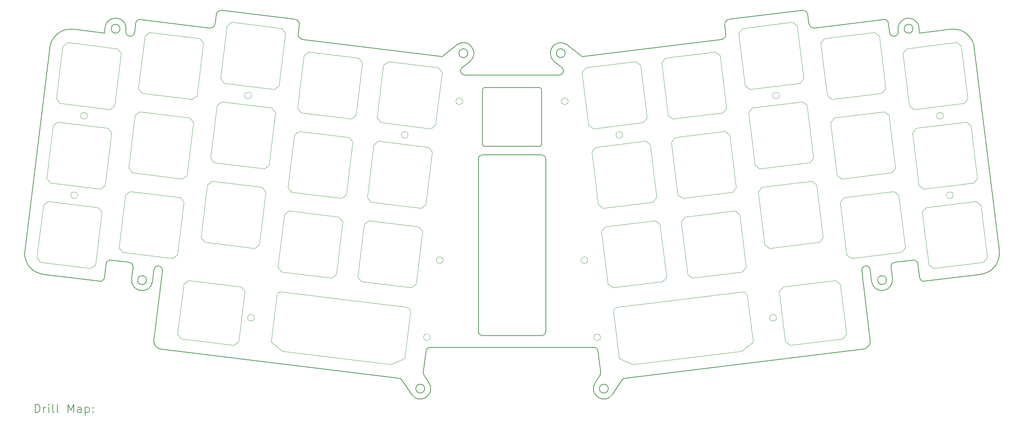
<source format=gbr>
%TF.GenerationSoftware,KiCad,Pcbnew,7.0.10-7.0.10~ubuntu23.04.1*%
%TF.CreationDate,Date%
%TF.ProjectId,plate,706c6174-652e-46b6-9963-61645f706362,1.0*%
%TF.SameCoordinates,Original*%
%TF.FileFunction,Drillmap*%
%TF.FilePolarity,Positive*%
%FSLAX45Y45*%
G04 Gerber Fmt 4.5, Leading zero omitted, Abs format (unit mm)*
G04 Created by KiCad*
%MOMM*%
%LPD*%
G01*
G04 APERTURE LIST*
%ADD10C,0.200000*%
%ADD11C,0.050000*%
G04 APERTURE END LIST*
D10*
X7768292Y-5899563D02*
X9505248Y-6112834D01*
X13000263Y-6996607D02*
X13352501Y-6720889D01*
X24349350Y-12254164D02*
G75*
G03*
X24460788Y-12341232I99260J12194D01*
G01*
X17344395Y-14654494D02*
X23002554Y-13959760D01*
X15313947Y-9135806D02*
X14013947Y-9135806D01*
X5019723Y-11927357D02*
X4979547Y-12254570D01*
X3086355Y-11619111D02*
G75*
G03*
X3521694Y-12176319I496255J-60949D01*
G01*
X13660987Y-7114385D02*
G75*
G03*
X13352501Y-6720889I-154247J196745D01*
G01*
X16636342Y-14759971D02*
G75*
G03*
X17055221Y-15032984I209438J-136509D01*
G01*
X13611743Y-6917636D02*
G75*
G03*
X13401743Y-6917636I-105000J0D01*
G01*
X13401743Y-6917636D02*
G75*
G03*
X13611743Y-6917636I105000J0D01*
G01*
X5131165Y-11840286D02*
G75*
G03*
X5019723Y-11927357I-12195J-99244D01*
G01*
X6155813Y-12066852D02*
X6121562Y-12345799D01*
X12273674Y-15033392D02*
X12056088Y-14699552D01*
X5574672Y-6512416D02*
X5582675Y-6513399D01*
X25807199Y-12175911D02*
G75*
G03*
X26242538Y-11618705I-60919J496261D01*
G01*
X9609729Y-6246564D02*
X9583984Y-6456240D01*
X23002554Y-13959759D02*
G75*
G03*
X23176689Y-13736877I-24374J198509D01*
G01*
X12720579Y-13914990D02*
X16608264Y-13914636D01*
X24349347Y-12254164D02*
X24309170Y-11926951D01*
X5487603Y-6400975D02*
G75*
G03*
X5574672Y-6512416I99257J-12185D01*
G01*
X6152205Y-13737283D02*
X6354315Y-12091221D01*
X5659546Y-12005918D02*
G75*
G03*
X5572472Y-11894475I-99266J12178D01*
G01*
X5625289Y-12284864D02*
X5659540Y-12005917D01*
X21720071Y-6213315D02*
G75*
G03*
X21853807Y-6317795I119129J14655D01*
G01*
X6326340Y-13960166D02*
X11984498Y-14654900D01*
X24335684Y-6303549D02*
G75*
G03*
X23836896Y-6364792I-249394J-30621D01*
G01*
X23207331Y-12345393D02*
X23173081Y-12066446D01*
X7475087Y-6318200D02*
G75*
G03*
X7608817Y-6213720I14613J119120D01*
G01*
X19640428Y-6589563D02*
G75*
G03*
X19744910Y-6455834I-14608J119093D01*
G01*
X23207335Y-12345393D02*
G75*
G03*
X23703604Y-12284458I248135J30463D01*
G01*
X14013947Y-7735806D02*
X15313947Y-7735806D01*
X9583985Y-6456240D02*
G75*
G03*
X9688465Y-6589969I119085J-14640D01*
G01*
X13477932Y-7257363D02*
G75*
G03*
X13539500Y-7436170I61558J-78807D01*
G01*
X9609728Y-6246564D02*
G75*
G03*
X9505248Y-6112834I-119118J14614D01*
G01*
X25648849Y-6783501D02*
X26242538Y-11618705D01*
X15927151Y-6917230D02*
G75*
G03*
X15717151Y-6917230I-105000J0D01*
G01*
X15717151Y-6917230D02*
G75*
G03*
X15927151Y-6917230I105000J0D01*
G01*
X15464069Y-9434813D02*
X15464069Y-13534813D01*
X13539500Y-7436170D02*
X15789529Y-7435847D01*
X24352305Y-6438942D02*
X25091641Y-6348163D01*
X15364069Y-13634813D02*
X13964069Y-13634813D01*
X13660985Y-7114383D02*
X13477930Y-7257360D01*
X5491997Y-6365198D02*
G75*
G03*
X4993213Y-6303955I-249392J30621D01*
G01*
X21853807Y-6317795D02*
X23495992Y-6116160D01*
X5625289Y-12284864D02*
G75*
G03*
X6121562Y-12345799I248137J-30467D01*
G01*
X16170920Y-6872985D02*
X16328630Y-6996201D01*
X4237252Y-6348569D02*
X4976589Y-6439348D01*
X5832901Y-6116571D02*
G75*
G03*
X5721460Y-6203634I-12191J-99249D01*
G01*
X12720579Y-13914988D02*
G75*
G03*
X12621475Y-14001701I11J-100002D01*
G01*
X23756422Y-11894072D02*
G75*
G03*
X23669354Y-12005511I12178J-99248D01*
G01*
X15976392Y-6720482D02*
X16170920Y-6872985D01*
X4237252Y-6348570D02*
G75*
G03*
X3680044Y-6783907I-60922J-496290D01*
G01*
X13864077Y-13534813D02*
G75*
G03*
X13964069Y-13634813I100023J23D01*
G01*
X19744910Y-6455834D02*
X19719165Y-6246158D01*
X23669354Y-12005511D02*
X23703604Y-12284458D01*
X23560468Y-12314926D02*
G75*
G03*
X23350468Y-12314926I-105000J0D01*
G01*
X23350468Y-12314926D02*
G75*
G03*
X23560468Y-12314926I105000J0D01*
G01*
X5832902Y-6116566D02*
X7475087Y-6318201D01*
X15363954Y-7785806D02*
G75*
G03*
X15313947Y-7735806I-50004J-4D01*
G01*
X25807199Y-12175913D02*
X24460788Y-12341232D01*
X23607431Y-6203228D02*
G75*
G03*
X23495992Y-6116160I-99251J-12182D01*
G01*
X17272806Y-14699146D02*
X17055220Y-15032986D01*
X15363947Y-7785806D02*
X15363947Y-9085806D01*
X4868105Y-12341637D02*
G75*
G03*
X4979547Y-12254570I12185J99257D01*
G01*
X5582675Y-6513397D02*
G75*
G03*
X5694116Y-6426331I12185J99257D01*
G01*
X16707385Y-14001340D02*
X16774719Y-14503251D01*
X23634779Y-6425925D02*
G75*
G03*
X23746219Y-6512993I99261J12195D01*
G01*
X13964069Y-9334813D02*
X15364069Y-9334813D01*
X16707385Y-14001340D02*
G75*
G03*
X16608264Y-13914636I-99115J-13300D01*
G01*
X19823646Y-6112429D02*
X21560602Y-5899157D01*
X12588114Y-14896882D02*
G75*
G03*
X12378114Y-14896882I-105000J0D01*
G01*
X12378114Y-14896882D02*
G75*
G03*
X12588114Y-14896882I105000J0D01*
G01*
X24191288Y-6334171D02*
G75*
G03*
X23981288Y-6334171I-105000J0D01*
G01*
X23981288Y-6334171D02*
G75*
G03*
X24191288Y-6334171I105000J0D01*
G01*
X23836896Y-6364792D02*
X23841289Y-6400569D01*
X23607433Y-6203228D02*
X23634777Y-6425925D01*
X13964069Y-9334809D02*
G75*
G03*
X13864069Y-9434813I1J-100001D01*
G01*
X25648854Y-6783501D02*
G75*
G03*
X25091641Y-6348163I-496284J-60949D01*
G01*
X12273673Y-15033389D02*
G75*
G03*
X12692555Y-14760375I209444J136503D01*
G01*
X9688465Y-6589970D02*
X13000263Y-6996607D01*
X16328630Y-6996201D02*
X19640428Y-6589564D01*
X15313947Y-9135807D02*
G75*
G03*
X15363947Y-9085806I3J49997D01*
G01*
X24309168Y-11926952D02*
G75*
G03*
X24197729Y-11839884I-99248J-12178D01*
G01*
X15464067Y-9434813D02*
G75*
G03*
X15364069Y-9334813I-99997J3D01*
G01*
X16636338Y-14759969D02*
X16759388Y-14571135D01*
X15976392Y-6720483D02*
G75*
G03*
X15667909Y-7113977I-154242J-196747D01*
G01*
X13963947Y-9085806D02*
X13963947Y-7785806D01*
X15789529Y-7435849D02*
G75*
G03*
X15851070Y-7257038I-9J99999D01*
G01*
X16950780Y-14896476D02*
G75*
G03*
X16740779Y-14896476I-105000J0D01*
G01*
X16740779Y-14896476D02*
G75*
G03*
X16950780Y-14896476I105000J0D01*
G01*
X4868105Y-12341638D02*
X3521694Y-12176319D01*
X23756422Y-11894069D02*
X24197729Y-11839884D01*
X5131165Y-11840290D02*
X5572472Y-11894475D01*
X12554177Y-14503658D02*
G75*
G03*
X12569505Y-14571541I99113J-13292D01*
G01*
X12569505Y-14571541D02*
X12692555Y-14760375D01*
X5487605Y-6400975D02*
X5491997Y-6365198D01*
X17344396Y-14654496D02*
G75*
G03*
X17272806Y-14699146I12184J-99254D01*
G01*
X21694332Y-6003638D02*
X21720076Y-6213314D01*
X23173082Y-12066442D02*
G75*
G03*
X22974578Y-12090815I-99252J-12188D01*
G01*
X24352260Y-6438580D02*
X24335681Y-6303549D01*
X16759388Y-14571135D02*
G75*
G03*
X16774719Y-14503251I-83778J54595D01*
G01*
X6152205Y-13737283D02*
G75*
G03*
X6326340Y-13960166I198505J-24377D01*
G01*
X13864069Y-13534813D02*
X13864069Y-9434813D01*
X19823646Y-6112427D02*
G75*
G03*
X19719165Y-6246158I14634J-119113D01*
G01*
X23746219Y-6512993D02*
X23754221Y-6512010D01*
X7608817Y-6213720D02*
X7634562Y-6004044D01*
X5978426Y-12315332D02*
G75*
G03*
X5768426Y-12315332I-105000J0D01*
G01*
X5768426Y-12315332D02*
G75*
G03*
X5978426Y-12315332I105000J0D01*
G01*
X12554174Y-14503657D02*
X12621475Y-14001701D01*
X5694116Y-6426331D02*
X5721460Y-6203634D01*
X12056089Y-14699551D02*
G75*
G03*
X11984498Y-14654900I-83779J-54609D01*
G01*
X15851070Y-7257038D02*
X15667909Y-7113977D01*
X13963954Y-9085806D02*
G75*
G03*
X14013947Y-9135806I49996J-4D01*
G01*
X5347605Y-6334577D02*
G75*
G03*
X5137605Y-6334577I-105000J0D01*
G01*
X5137605Y-6334577D02*
G75*
G03*
X5347605Y-6334577I105000J0D01*
G01*
X15364069Y-13634819D02*
G75*
G03*
X15464069Y-13534813I-9J100009D01*
G01*
X14013947Y-7735807D02*
G75*
G03*
X13963947Y-7785806I3J-50003D01*
G01*
X3086356Y-11619111D02*
X3680044Y-6783907D01*
X4993213Y-6303955D02*
X4976633Y-6438986D01*
X21694340Y-6003637D02*
G75*
G03*
X21560602Y-5899157I-119120J-14643D01*
G01*
X23754221Y-6512008D02*
G75*
G03*
X23841289Y-6400569I-12191J99258D01*
G01*
X22974578Y-12090815D02*
X23176689Y-13736877D01*
X6354308Y-12091220D02*
G75*
G03*
X6155813Y-12066848I-99248J12180D01*
G01*
X7768292Y-5899557D02*
G75*
G03*
X7634562Y-6004044I-14603J-119133D01*
G01*
D11*
X19960333Y-10667365D02*
X18769278Y-10813608D01*
X19960333Y-10667365D02*
X20071774Y-10754433D01*
X18682210Y-10925050D02*
X18769278Y-10813608D01*
X18682210Y-10925050D02*
X18835765Y-12175658D01*
X20225330Y-12005041D02*
X20071774Y-10754433D01*
X18835765Y-12175658D02*
X18947207Y-12262726D01*
X20138262Y-12116482D02*
X20225330Y-12005041D01*
X18947207Y-12262726D02*
X20138262Y-12116482D01*
X21793093Y-9962504D02*
X20602038Y-10108747D01*
X21793093Y-9962504D02*
X21904535Y-10049572D01*
X20514970Y-10220189D02*
X20602038Y-10108747D01*
X20514970Y-10220189D02*
X20668525Y-11470797D01*
X22058090Y-11300180D02*
X21904535Y-10049572D01*
X20668525Y-11470797D02*
X20779967Y-11557864D01*
X21971022Y-11411621D02*
X22058090Y-11300180D01*
X20779967Y-11557864D02*
X21971022Y-11411621D01*
X12721814Y-13675067D02*
G75*
G03*
X12561814Y-13675067I-80000J0D01*
G01*
X12561814Y-13675067D02*
G75*
G03*
X12721814Y-13675067I80000J0D01*
G01*
X11544755Y-8567043D02*
X12735810Y-8713286D01*
X11544755Y-8567043D02*
X11457687Y-8455601D01*
X12847252Y-8626218D02*
X12735810Y-8713286D01*
X12847252Y-8626218D02*
X13000807Y-7375610D01*
X11611243Y-7204993D02*
X11457687Y-8455601D01*
X13000807Y-7375610D02*
X12913739Y-7264169D01*
X11722684Y-7117925D02*
X11611243Y-7204993D01*
X12913739Y-7264169D02*
X11722684Y-7117925D01*
X11312594Y-10457843D02*
X12503649Y-10604086D01*
X11312594Y-10457843D02*
X11225526Y-10346402D01*
X12615091Y-10517019D02*
X12503649Y-10604086D01*
X12615091Y-10517019D02*
X12768646Y-9266411D01*
X11379081Y-9095794D02*
X11225526Y-10346402D01*
X12768646Y-9266411D02*
X12681578Y-9154969D01*
X11490523Y-9008726D02*
X11379081Y-9095794D01*
X12681578Y-9154969D02*
X11490523Y-9008726D01*
X6863423Y-12410222D02*
X6717180Y-13601277D01*
X6863423Y-12410222D02*
X6974865Y-12323154D01*
X6804247Y-13712719D02*
X6717180Y-13601277D01*
X6804247Y-13712719D02*
X8054856Y-13866274D01*
X8225473Y-12476710D02*
X6974865Y-12323154D01*
X8054856Y-13866274D02*
X8166297Y-13779207D01*
X8312540Y-12588151D02*
X8225473Y-12476710D01*
X8166297Y-13779207D02*
X8312540Y-12588151D01*
X23741934Y-10203043D02*
X22550878Y-10349286D01*
X23741934Y-10203043D02*
X23853375Y-10290111D01*
X22463811Y-10460728D02*
X22550878Y-10349286D01*
X22463811Y-10460728D02*
X22617366Y-11711336D01*
X24006931Y-11540719D02*
X23853375Y-10290111D01*
X22617366Y-11711336D02*
X22728808Y-11798403D01*
X23919863Y-11652160D02*
X24006931Y-11540719D01*
X22728808Y-11798403D02*
X23919863Y-11652160D01*
X13490998Y-8060706D02*
G75*
G03*
X13330998Y-8060706I-80000J0D01*
G01*
X13330998Y-8060706D02*
G75*
G03*
X13490998Y-8060706I80000J0D01*
G01*
X23509773Y-8312242D02*
X22318717Y-8458486D01*
X23509773Y-8312242D02*
X23621214Y-8399310D01*
X22231650Y-8569927D02*
X22318717Y-8458486D01*
X22231650Y-8569927D02*
X22385205Y-9820535D01*
X23774770Y-9649918D02*
X23621214Y-8399310D01*
X22385205Y-9820535D02*
X22496646Y-9907603D01*
X23687702Y-9761360D02*
X23774770Y-9649918D01*
X22496646Y-9907603D02*
X23687702Y-9761360D01*
X4572542Y-8405144D02*
G75*
G03*
X4412542Y-8405144I-80000J0D01*
G01*
X4412542Y-8405144D02*
G75*
G03*
X4572542Y-8405144I80000J0D01*
G01*
X8540397Y-13211116D02*
G75*
G03*
X8380397Y-13211116I-80000J0D01*
G01*
X8380397Y-13211116D02*
G75*
G03*
X8540397Y-13211116I80000J0D01*
G01*
X13026675Y-11842307D02*
G75*
G03*
X12866675Y-11842307I-80000J0D01*
G01*
X12866675Y-11842307D02*
G75*
G03*
X13026675Y-11842307I80000J0D01*
G01*
X8470223Y-7924065D02*
G75*
G03*
X8310223Y-7924065I-80000J0D01*
G01*
X8310223Y-7924065D02*
G75*
G03*
X8470223Y-7924065I80000J0D01*
G01*
X5408032Y-11652160D02*
X6599087Y-11798403D01*
X5408032Y-11652160D02*
X5320964Y-11540719D01*
X6710528Y-11711336D02*
X6599087Y-11798403D01*
X6710528Y-11711336D02*
X6864084Y-10460728D01*
X5474519Y-10290111D02*
X5320964Y-11540719D01*
X6864084Y-10460728D02*
X6777016Y-10349286D01*
X5585961Y-10203043D02*
X5474519Y-10290111D01*
X6777016Y-10349286D02*
X5585961Y-10203043D01*
X18069533Y-10899526D02*
X16878477Y-11045769D01*
X18069533Y-10899526D02*
X18180974Y-10986594D01*
X16791409Y-11157211D02*
X16878477Y-11045769D01*
X16791409Y-11157211D02*
X16944965Y-12407819D01*
X18334529Y-12237202D02*
X18180974Y-10986594D01*
X16944965Y-12407819D02*
X17056406Y-12494887D01*
X18247462Y-12348644D02*
X18334529Y-12237202D01*
X17056406Y-12494887D02*
X18247462Y-12348644D01*
X9653955Y-8334882D02*
X10845010Y-8481125D01*
X9653955Y-8334882D02*
X9566887Y-8223440D01*
X10956451Y-8394057D02*
X10845010Y-8481125D01*
X10956451Y-8394057D02*
X11110007Y-7143449D01*
X9720442Y-6972832D02*
X9566887Y-8223440D01*
X11110007Y-7143449D02*
X11022939Y-7032007D01*
X9831884Y-6885764D02*
X9720442Y-6972832D01*
X11022939Y-7032007D02*
X9831884Y-6885764D01*
X11080433Y-12348644D02*
X12271488Y-12494887D01*
X11080433Y-12348644D02*
X10993365Y-12237202D01*
X12382930Y-12407819D02*
X12271488Y-12494887D01*
X12382930Y-12407819D02*
X12536485Y-11157211D01*
X11146920Y-10986594D02*
X10993365Y-12237202D01*
X12536485Y-11157211D02*
X12449417Y-11045769D01*
X11258362Y-10899526D02*
X11146920Y-10986594D01*
X12449417Y-11045769D02*
X11258362Y-10899526D01*
X8936406Y-13790949D02*
X9072291Y-12684260D01*
X8936406Y-13790949D02*
X9212234Y-14006168D01*
X9183732Y-12597193D02*
X12161370Y-12962801D01*
X11792853Y-14323029D02*
X9212234Y-14006168D01*
X12248438Y-13074242D02*
X12112554Y-14180931D01*
X12112554Y-14180931D02*
X11792853Y-14323029D01*
X9183732Y-12597193D02*
G75*
G03*
X9072291Y-12684260I-12187J-99254D01*
G01*
X12248438Y-13074242D02*
G75*
G03*
X12161370Y-12962801I-99255J12187D01*
G01*
X3691352Y-10001899D02*
X4882407Y-10148142D01*
X3691352Y-10001899D02*
X3604284Y-9890457D01*
X4993849Y-10061074D02*
X4882407Y-10148142D01*
X4993849Y-10061074D02*
X5147404Y-8810466D01*
X3757840Y-8639849D02*
X3604284Y-9890457D01*
X5147404Y-8810466D02*
X5060337Y-8699025D01*
X3869281Y-8552782D02*
X3757840Y-8639849D01*
X5060337Y-8699025D02*
X3869281Y-8552782D01*
X23277612Y-6421442D02*
X22086556Y-6567685D01*
X23277612Y-6421442D02*
X23389053Y-6508510D01*
X21999489Y-6679127D02*
X22086556Y-6567685D01*
X21999489Y-6679127D02*
X22153044Y-7929735D01*
X23542608Y-7759118D02*
X23389053Y-6508510D01*
X22153044Y-7929735D02*
X22264485Y-8016803D01*
X23455541Y-7870559D02*
X23542608Y-7759118D01*
X22264485Y-8016803D02*
X23455541Y-7870559D01*
X25226452Y-6661981D02*
X24035397Y-6808224D01*
X25226452Y-6661981D02*
X25337894Y-6749049D01*
X23948329Y-6919666D02*
X24035397Y-6808224D01*
X23948329Y-6919666D02*
X24101885Y-8170274D01*
X25491449Y-7999657D02*
X25337894Y-6749049D01*
X24101885Y-8170274D02*
X24213326Y-8257342D01*
X25404381Y-8111098D02*
X25491449Y-7999657D01*
X24213326Y-8257342D02*
X25404381Y-8111098D01*
X5640193Y-9761360D02*
X6831248Y-9907603D01*
X5640193Y-9761360D02*
X5553125Y-9649918D01*
X6942689Y-9820535D02*
X6831248Y-9907603D01*
X6942689Y-9820535D02*
X7096245Y-8569927D01*
X5706680Y-8399310D02*
X5553125Y-9649918D01*
X7096245Y-8569927D02*
X7009177Y-8458486D01*
X5818122Y-8312242D02*
X5706680Y-8399310D01*
X7009177Y-8458486D02*
X5818122Y-8312242D01*
X3923513Y-8111098D02*
X5114568Y-8257342D01*
X3923513Y-8111098D02*
X3836445Y-7999657D01*
X5226010Y-8170274D02*
X5114568Y-8257342D01*
X5226010Y-8170274D02*
X5379565Y-6919666D01*
X3990001Y-6749049D02*
X3836445Y-7999657D01*
X5379565Y-6919666D02*
X5292498Y-6808224D01*
X4101442Y-6661981D02*
X3990001Y-6749049D01*
X5292498Y-6808224D02*
X4101442Y-6661981D01*
X15996897Y-8060706D02*
G75*
G03*
X15836897Y-8060706I-80000J0D01*
G01*
X15836897Y-8060706D02*
G75*
G03*
X15996897Y-8060706I80000J0D01*
G01*
X5872354Y-7870559D02*
X7063409Y-8016803D01*
X5872354Y-7870559D02*
X5785286Y-7759118D01*
X7174851Y-7929735D02*
X7063409Y-8016803D01*
X7174851Y-7929735D02*
X7328406Y-6679127D01*
X5938841Y-6508510D02*
X5785286Y-7759118D01*
X7328406Y-6679127D02*
X7241338Y-6567685D01*
X6050283Y-6421442D02*
X5938841Y-6508510D01*
X7241338Y-6567685D02*
X6050283Y-6421442D01*
X7589033Y-9520821D02*
X8780089Y-9667064D01*
X7589033Y-9520821D02*
X7501966Y-9409379D01*
X8891530Y-9579996D02*
X8780089Y-9667064D01*
X8891530Y-9579996D02*
X9045086Y-8329388D01*
X7655521Y-8158771D02*
X7501966Y-9409379D01*
X9045086Y-8329388D02*
X8958018Y-8217947D01*
X7766962Y-8071703D02*
X7655521Y-8158771D01*
X8958018Y-8217947D02*
X7766962Y-8071703D01*
X16461219Y-11842307D02*
G75*
G03*
X16301219Y-11842307I-80000J0D01*
G01*
X16301219Y-11842307D02*
G75*
G03*
X16461219Y-11842307I80000J0D01*
G01*
X25690911Y-10443261D02*
X24499856Y-10589504D01*
X25690911Y-10443261D02*
X25802353Y-10530328D01*
X24412788Y-10700945D02*
X24499856Y-10589504D01*
X24412788Y-10700945D02*
X24566344Y-11951553D01*
X25955908Y-11780936D02*
X25802353Y-10530328D01*
X24566344Y-11951553D02*
X24677785Y-12038621D01*
X25868840Y-11892378D02*
X25955908Y-11780936D01*
X24677785Y-12038621D02*
X25868840Y-11892378D01*
X21017672Y-7924065D02*
G75*
G03*
X20857672Y-7924065I-80000J0D01*
G01*
X20857672Y-7924065D02*
G75*
G03*
X21017672Y-7924065I80000J0D01*
G01*
X4340380Y-10295944D02*
G75*
G03*
X4180380Y-10295944I-80000J0D01*
G01*
X4180380Y-10295944D02*
G75*
G03*
X4340380Y-10295944I80000J0D01*
G01*
X3459808Y-11892781D02*
X4650863Y-12039024D01*
X3459808Y-11892781D02*
X3372740Y-11781340D01*
X4762305Y-11951957D02*
X4650863Y-12039024D01*
X4762305Y-11951957D02*
X4915860Y-10701349D01*
X3526295Y-10530732D02*
X3372740Y-11781340D01*
X4915860Y-10701349D02*
X4828792Y-10589907D01*
X3637737Y-10443664D02*
X3526295Y-10530732D01*
X4828792Y-10589907D02*
X3637737Y-10443664D01*
X9189632Y-12116482D02*
X10380688Y-12262726D01*
X9189632Y-12116482D02*
X9102565Y-12005041D01*
X10492129Y-12175658D02*
X10380688Y-12262726D01*
X10492129Y-12175658D02*
X10645685Y-10925050D01*
X9256120Y-10754433D02*
X9102565Y-12005041D01*
X10645685Y-10925050D02*
X10558617Y-10813608D01*
X9367562Y-10667365D02*
X9256120Y-10754433D01*
X10558617Y-10813608D02*
X9367562Y-10667365D01*
X24915353Y-8405144D02*
G75*
G03*
X24755353Y-8405144I-80000J0D01*
G01*
X24755353Y-8405144D02*
G75*
G03*
X24915353Y-8405144I80000J0D01*
G01*
X17215341Y-14180931D02*
X17079456Y-13074242D01*
X17215341Y-14180931D02*
X17535041Y-14323029D01*
X17166524Y-12962801D02*
X20144162Y-12597193D01*
X20115661Y-14006168D02*
X17535041Y-14323029D01*
X20255604Y-12684260D02*
X20391488Y-13790949D01*
X20391488Y-13790949D02*
X20115661Y-14006168D01*
X17166524Y-12962801D02*
G75*
G03*
X17079456Y-13074242I12187J-99254D01*
G01*
X20255604Y-12684260D02*
G75*
G03*
X20144162Y-12597193I-99255J-12187D01*
G01*
X7356872Y-11411621D02*
X8547928Y-11557864D01*
X7356872Y-11411621D02*
X7269804Y-11300180D01*
X8659369Y-11470797D02*
X8547928Y-11557864D01*
X8659369Y-11470797D02*
X8812925Y-10220189D01*
X7423360Y-10049572D02*
X7269804Y-11300180D01*
X8812925Y-10220189D02*
X8725857Y-10108747D01*
X7534801Y-9962504D02*
X7423360Y-10049572D01*
X8725857Y-10108747D02*
X7534801Y-9962504D01*
X25458613Y-8552782D02*
X24267558Y-8699025D01*
X25458613Y-8552782D02*
X25570055Y-8639849D01*
X24180490Y-8810466D02*
X24267558Y-8699025D01*
X24180490Y-8810466D02*
X24334046Y-10061074D01*
X25723610Y-9890457D02*
X25570055Y-8639849D01*
X24334046Y-10061074D02*
X24445487Y-10148142D01*
X25636543Y-10001899D02*
X25723610Y-9890457D01*
X24445487Y-10148142D02*
X25636543Y-10001899D01*
X17605210Y-7117925D02*
X16414155Y-7264169D01*
X17605210Y-7117925D02*
X17716652Y-7204993D01*
X16327087Y-7375610D02*
X16414155Y-7264169D01*
X16327087Y-7375610D02*
X16480643Y-8626218D01*
X17870207Y-8455601D02*
X17716652Y-7204993D01*
X16480643Y-8626218D02*
X16592084Y-8713286D01*
X17783140Y-8567043D02*
X17870207Y-8455601D01*
X16592084Y-8713286D02*
X17783140Y-8567043D01*
X19728172Y-8776565D02*
X18537116Y-8922808D01*
X19728172Y-8776565D02*
X19839613Y-8863632D01*
X18450049Y-9034250D02*
X18537116Y-8922808D01*
X18450049Y-9034250D02*
X18603604Y-10284858D01*
X19993169Y-10114241D02*
X19839613Y-8863632D01*
X18603604Y-10284858D02*
X18715046Y-10371925D01*
X19906101Y-10225682D02*
X19993169Y-10114241D01*
X18715046Y-10371925D02*
X19906101Y-10225682D01*
X20947497Y-13211116D02*
G75*
G03*
X20787497Y-13211116I-80000J0D01*
G01*
X20787497Y-13211116D02*
G75*
G03*
X20947497Y-13211116I80000J0D01*
G01*
X17837371Y-9008726D02*
X16646316Y-9154969D01*
X17837371Y-9008726D02*
X17948813Y-9095794D01*
X16559248Y-9266411D02*
X16646316Y-9154969D01*
X16559248Y-9266411D02*
X16712804Y-10517019D01*
X18102368Y-10346402D02*
X17948813Y-9095794D01*
X16712804Y-10517019D02*
X16824245Y-10604086D01*
X18015301Y-10457843D02*
X18102368Y-10346402D01*
X16824245Y-10604086D02*
X18015301Y-10457843D01*
X21328771Y-6180903D02*
X20137716Y-6327146D01*
X21328771Y-6180903D02*
X21440212Y-6267971D01*
X20050648Y-6438588D02*
X20137716Y-6327146D01*
X20050648Y-6438588D02*
X20204203Y-7689196D01*
X21593768Y-7518579D02*
X21440212Y-6267971D01*
X20204203Y-7689196D02*
X20315645Y-7776264D01*
X21506700Y-7630020D02*
X21593768Y-7518579D01*
X20315645Y-7776264D02*
X21506700Y-7630020D01*
X19496011Y-6885764D02*
X18304955Y-7032007D01*
X19496011Y-6885764D02*
X19607452Y-6972832D01*
X18217888Y-7143449D02*
X18304955Y-7032007D01*
X18217888Y-7143449D02*
X18371443Y-8394057D01*
X19761008Y-8223440D02*
X19607452Y-6972832D01*
X18371443Y-8394057D02*
X18482885Y-8481125D01*
X19673940Y-8334882D02*
X19761008Y-8223440D01*
X18482885Y-8481125D02*
X19673940Y-8334882D01*
X21015354Y-12588151D02*
X21161597Y-13779207D01*
X21015354Y-12588151D02*
X21102422Y-12476710D01*
X21273039Y-13866274D02*
X21161597Y-13779207D01*
X21273039Y-13866274D02*
X22523647Y-13712719D01*
X22353030Y-12323154D02*
X21102422Y-12476710D01*
X22523647Y-13712719D02*
X22610715Y-13601277D01*
X22464471Y-12410222D02*
X22353030Y-12323154D01*
X22610715Y-13601277D02*
X22464471Y-12410222D01*
X12193167Y-8861006D02*
G75*
G03*
X12033167Y-8861006I-80000J0D01*
G01*
X12033167Y-8861006D02*
G75*
G03*
X12193167Y-8861006I80000J0D01*
G01*
X17294727Y-8861006D02*
G75*
G03*
X17134727Y-8861006I-80000J0D01*
G01*
X17134727Y-8861006D02*
G75*
G03*
X17294727Y-8861006I80000J0D01*
G01*
X16766080Y-13675067D02*
G75*
G03*
X16606080Y-13675067I-80000J0D01*
G01*
X16606080Y-13675067D02*
G75*
G03*
X16766080Y-13675067I80000J0D01*
G01*
X7821194Y-7630020D02*
X9012250Y-7776264D01*
X7821194Y-7630020D02*
X7734127Y-7518579D01*
X9123691Y-7689196D02*
X9012250Y-7776264D01*
X9123691Y-7689196D02*
X9277247Y-6438588D01*
X7887682Y-6267971D02*
X7734127Y-7518579D01*
X9277247Y-6438588D02*
X9190179Y-6327146D01*
X7999124Y-6180903D02*
X7887682Y-6267971D01*
X9190179Y-6327146D02*
X7999124Y-6180903D01*
X9421793Y-10225682D02*
X10612849Y-10371925D01*
X9421793Y-10225682D02*
X9334726Y-10114241D01*
X10724290Y-10284858D02*
X10612849Y-10371925D01*
X10724290Y-10284858D02*
X10877846Y-9034250D01*
X9488281Y-8863632D02*
X9334726Y-10114241D01*
X10877846Y-9034250D02*
X10790778Y-8922808D01*
X9599723Y-8776565D02*
X9488281Y-8863632D01*
X10790778Y-8922808D02*
X9599723Y-8776565D01*
X25147514Y-10295944D02*
G75*
G03*
X24987514Y-10295944I-80000J0D01*
G01*
X24987514Y-10295944D02*
G75*
G03*
X25147514Y-10295944I80000J0D01*
G01*
X21560932Y-8071703D02*
X20369877Y-8217947D01*
X21560932Y-8071703D02*
X21672374Y-8158771D01*
X20282809Y-8329388D02*
X20369877Y-8217947D01*
X20282809Y-8329388D02*
X20436364Y-9579996D01*
X21825929Y-9409379D02*
X21672374Y-8158771D01*
X20436364Y-9579996D02*
X20547806Y-9667064D01*
X21738861Y-9520821D02*
X21825929Y-9409379D01*
X20547806Y-9667064D02*
X21738861Y-9520821D01*
D10*
X3333403Y-15468369D02*
X3333403Y-15268369D01*
X3333403Y-15268369D02*
X3381022Y-15268369D01*
X3381022Y-15268369D02*
X3409593Y-15277893D01*
X3409593Y-15277893D02*
X3428641Y-15296941D01*
X3428641Y-15296941D02*
X3438165Y-15315988D01*
X3438165Y-15315988D02*
X3447689Y-15354084D01*
X3447689Y-15354084D02*
X3447689Y-15382655D01*
X3447689Y-15382655D02*
X3438165Y-15420750D01*
X3438165Y-15420750D02*
X3428641Y-15439798D01*
X3428641Y-15439798D02*
X3409593Y-15458846D01*
X3409593Y-15458846D02*
X3381022Y-15468369D01*
X3381022Y-15468369D02*
X3333403Y-15468369D01*
X3533403Y-15468369D02*
X3533403Y-15335036D01*
X3533403Y-15373131D02*
X3542927Y-15354084D01*
X3542927Y-15354084D02*
X3552450Y-15344560D01*
X3552450Y-15344560D02*
X3571498Y-15335036D01*
X3571498Y-15335036D02*
X3590546Y-15335036D01*
X3657212Y-15468369D02*
X3657212Y-15335036D01*
X3657212Y-15268369D02*
X3647689Y-15277893D01*
X3647689Y-15277893D02*
X3657212Y-15287417D01*
X3657212Y-15287417D02*
X3666736Y-15277893D01*
X3666736Y-15277893D02*
X3657212Y-15268369D01*
X3657212Y-15268369D02*
X3657212Y-15287417D01*
X3781022Y-15468369D02*
X3761974Y-15458846D01*
X3761974Y-15458846D02*
X3752450Y-15439798D01*
X3752450Y-15439798D02*
X3752450Y-15268369D01*
X3885784Y-15468369D02*
X3866736Y-15458846D01*
X3866736Y-15458846D02*
X3857212Y-15439798D01*
X3857212Y-15439798D02*
X3857212Y-15268369D01*
X4114355Y-15468369D02*
X4114355Y-15268369D01*
X4114355Y-15268369D02*
X4181022Y-15411227D01*
X4181022Y-15411227D02*
X4247689Y-15268369D01*
X4247689Y-15268369D02*
X4247689Y-15468369D01*
X4428641Y-15468369D02*
X4428641Y-15363608D01*
X4428641Y-15363608D02*
X4419117Y-15344560D01*
X4419117Y-15344560D02*
X4400070Y-15335036D01*
X4400070Y-15335036D02*
X4361974Y-15335036D01*
X4361974Y-15335036D02*
X4342927Y-15344560D01*
X4428641Y-15458846D02*
X4409593Y-15468369D01*
X4409593Y-15468369D02*
X4361974Y-15468369D01*
X4361974Y-15468369D02*
X4342927Y-15458846D01*
X4342927Y-15458846D02*
X4333403Y-15439798D01*
X4333403Y-15439798D02*
X4333403Y-15420750D01*
X4333403Y-15420750D02*
X4342927Y-15401703D01*
X4342927Y-15401703D02*
X4361974Y-15392179D01*
X4361974Y-15392179D02*
X4409593Y-15392179D01*
X4409593Y-15392179D02*
X4428641Y-15382655D01*
X4523879Y-15335036D02*
X4523879Y-15535036D01*
X4523879Y-15344560D02*
X4542927Y-15335036D01*
X4542927Y-15335036D02*
X4581022Y-15335036D01*
X4581022Y-15335036D02*
X4600070Y-15344560D01*
X4600070Y-15344560D02*
X4609593Y-15354084D01*
X4609593Y-15354084D02*
X4619117Y-15373131D01*
X4619117Y-15373131D02*
X4619117Y-15430274D01*
X4619117Y-15430274D02*
X4609593Y-15449322D01*
X4609593Y-15449322D02*
X4600070Y-15458846D01*
X4600070Y-15458846D02*
X4581022Y-15468369D01*
X4581022Y-15468369D02*
X4542927Y-15468369D01*
X4542927Y-15468369D02*
X4523879Y-15458846D01*
X4704832Y-15449322D02*
X4714355Y-15458846D01*
X4714355Y-15458846D02*
X4704832Y-15468369D01*
X4704832Y-15468369D02*
X4695308Y-15458846D01*
X4695308Y-15458846D02*
X4704832Y-15449322D01*
X4704832Y-15449322D02*
X4704832Y-15468369D01*
X4704832Y-15344560D02*
X4714355Y-15354084D01*
X4714355Y-15354084D02*
X4704832Y-15363608D01*
X4704832Y-15363608D02*
X4695308Y-15354084D01*
X4695308Y-15354084D02*
X4704832Y-15344560D01*
X4704832Y-15344560D02*
X4704832Y-15363608D01*
M02*

</source>
